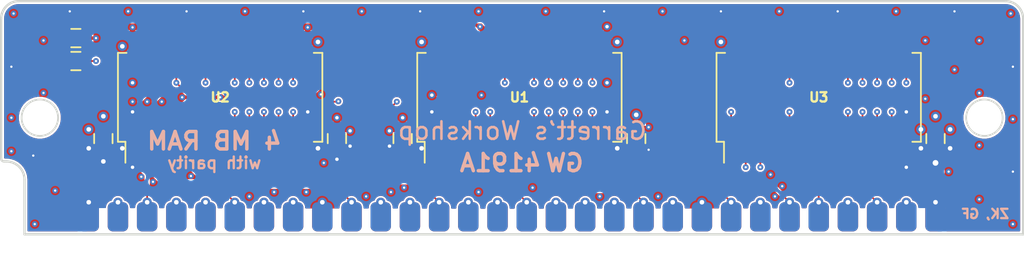
<source format=kicad_pcb>
(kicad_pcb (version 20211014) (generator pcbnew)
  (title_block (title "GW4191A") (date "2021-06-19") (rev "1.0-SOJ") (company "Garrett's Workshop"))
  (layers (0 "F.Cu" signal) (1 "In1.Cu" power) (2 "In2.Cu" signal) (31 "B.Cu" power) (34 "B.Paste" user) (35 "F.Paste" user) (36 "B.SilkS" user "B.Silkscreen") (37 "F.SilkS" user "F.Silkscreen") (38 "B.Mask" user) (39 "F.Mask" user) (44 "Edge.Cuts" user))
  (net 0 "")
  (net 1 "+5V")
  (net 2 "/D0")
  (net 3 "/D1")
  (net 4 "/~{WE}")
  (net 5 "/~{RAS}")
  (net 6 "/~{CAS}")
  (net 7 "/D2")
  (net 8 "/D3")
  (net 9 "GND")
  (net 10 "/D4")
  (net 11 "/D5")
  (net 12 "/D6")
  (net 13 "/A11")
  (net 14 "/D7")
  (net 15 "/QP")
  (net 16 "/~{CASP}")
  (net 17 "/DP")
  (net 18 "/1A0")
  (net 19 "/1A1")
  (net 20 "/1A2")
  (net 21 "/1A3")
  (net 22 "/1A4")
  (net 23 "/1A5")
  (net 24 "/1A6")
  (net 25 "/1A7")
  (net 26 "/1A8")
  (net 27 "/1A10")
  (net 28 "/1A9")
  (net 29 "/~{OE}")
  (net 30 "Net-(U3-Pad4)")
  (net 31 "Net-(U3-Pad23)")
  (footprint "stdpads:C_0805" (layer "F.Cu") (at 85.09 93.257 90)
    (fp_text reference "C1")
    (fp_text value "2u2")
  )
  (footprint "stdpads:C_0805" (layer "F.Cu") (at 105.41 93.257 90)
    (fp_text reference "C2")
    (fp_text value "2u2")
  )
  (footprint "stdpads:C_0805" (layer "F.Cu") (at 111.125 93.257 90)
    (fp_text reference "C3")
    (fp_text value "2u2")
  )
  (footprint "stdpads:C_0805" (layer "F.Cu") (at 131.445 93.257 90)
    (fp_text reference "C4")
    (fp_text value "2u2")
  )
  (footprint "stdpads:C_0805" (layer "F.Cu") (at 157.48 93.257 90)
    (fp_text reference "C5")
    (fp_text value "2u2")
  )
  (footprint "stdpads:SIMM-30_Edge" (layer "F.Cu") (at 120.65 99.822)
    (fp_text reference "J1")
    (fp_text value "DRAM-SIMM-30")
  )
  (footprint "stdpads:R_0805" (layer "F.Cu") (at 82.7 86.5 180)
    (fp_text reference "R1")
    (fp_text value "EDO")
  )
  (footprint "stdpads:R_0805" (layer "F.Cu") (at 82.7 84.5)
    (fp_text reference "R2")
    (fp_text value "FPM")
  )
  (footprint "stdpads:SOP-24-26_300mil" (layer "F.Cu") (at 121.285 89.662 90)
    (fp_text reference "U1")
    (fp_text value "4C4M4")
  )
  (footprint "stdpads:SOP-24-26_300mil" (layer "F.Cu") (at 95.25 89.662 90)
    (fp_text reference "U2")
    (fp_text value "4C4M4")
  )
  (footprint "stdpads:SOP-20-26_300mil" (layer "F.Cu") (at 147.32 89.662 90)
    (fp_text reference "U3")
    (fp_text value "4C4M1")
  )
  (gr_circle (center 79.5655 91.44) (end 77.978 91.44) (layer "Edge.Cuts") (width 0.15) (fill none))
  (gr_circle (center 161.7345 91.44) (end 163.322 91.44) (layer "Edge.Cuts") (width 0.15) (fill none))
  (gr_arc (start 163.576 81.28) (mid 164.653631 81.726369) (end 165.1 82.804) (layer "Edge.Cuts") (width 0.2))
  (gr_arc (start 76.2 82.804) (mid 76.646369 81.726369) (end 77.724 81.28) (layer "Edge.Cuts") (width 0.2))
  (gr_arc (start 76.454 95.25) (mid 76.274395 95.175605) (end 76.2 94.996) (layer "Edge.Cuts") (width 0.2))
  (gr_line (start 76.6445 95.25) (end 76.454 95.25) (layer "Edge.Cuts") (width 0.2))
  (gr_line (start 78.232 101.6) (end 78.232 96.8375) (layer "Edge.Cuts") (width 0.2))
  (gr_line (start 76.2 94.996) (end 76.2 82.804) (layer "Edge.Cuts") (width 0.2))
  (gr_arc (start 76.6445 95.25) (mid 77.767032 95.714968) (end 78.232 96.8375) (layer "Edge.Cuts") (width 0.2))
  (gr_line (start 77.724 81.28) (end 163.576 81.28) (layer "Edge.Cuts") (width 0.2))
  (gr_line (start 165.1 82.804) (end 165.1 101.6) (layer "Edge.Cuts") (width 0.2))
  (gr_line (start 165.1 101.6) (end 78.232 101.6) (layer "Edge.Cuts") (width 0.2))
  (gr_text "GW" (at 125.222 95.377) (layer "B.SilkS") (effects (font (size 1.5 1.5) (thickness 0.3)) (justify mirror)))
  (gr_text "4191A" (at 119.634 95.377) (layer "B.SilkS") (effects (font (size 1.5 1.5) (thickness 0.3)) (justify mirror)))
  (gr_text "Garrett’s Workshop" (at 121.539 92.583) (layer "B.SilkS") (effects (font (size 1.524 1.524) (thickness 0.225)) (justify mirror)))
  (gr_text "with parity" (at 94.742 95.377) (layer "B.SilkS") (effects (font (size 1.016 1.016) (thickness 0.2032)) (justify mirror)))
  (gr_text "4 MB RAM" (at 94.742 93.472) (layer "B.SilkS") (effects (font (size 1.524 1.524) (thickness 0.3)) (justify mirror)))
  (gr_text "ZK, GF" (at 161.798 99.822) (layer "B.SilkS") (effects (font (size 0.8128 0.8128) (thickness 0.2032)) (justify mirror)))
  (segment (start 112.776 94.107) (end 113.66 94.107) (width 0.508) (layer "F.Cu") (net 1))
  (segment (start 128.91 94.107) (end 128.905 94.112) (width 0.508) (layer "F.Cu") (net 1))
  (segment (start 129.794 94.107) (end 128.91 94.107) (width 0.508) (layer "F.Cu") (net 1))
  (segment (start 113.66 94.107) (end 113.665 94.112) (width 0.508) (layer "F.Cu") (net 1))
  (segment (start 157.48 95.377) (end 157.48 94.107) (width 0.762) (layer "F.Cu") (net 1))
  (segment (start 106.3625 94.107) (end 106.553 93.9165) (width 0.6) (layer "F.Cu") (net 1))
  (segment (start 154.94 93.362) (end 154.94 95.758) (width 0.6) (layer "F.Cu") (net 1))
  (segment (start 110.1725 94.107) (end 109.982 93.9165) (width 0.6) (layer "F.Cu") (net 1))
  (segment (start 85.09 94.107) (end 86.741 94.107) (width 0.762) (layer "F.Cu") (net 1))
  (segment (start 157.48 94.107) (end 158.75 94.107) (width 0.8) (layer "F.Cu") (net 1))
  (segment (start 111.125 94.107) (end 112.776 94.107) (width 0.762) (layer "F.Cu") (net 1))
  (segment (start 154.94 94.107) (end 154.94 93.362) (width 0.6) (layer "F.Cu") (net 1))
  (segment (start 157.48 94.107) (end 156.21 94.107) (width 0.8) (layer "F.Cu") (net 1))
  (segment (start 103.759 94.107) (end 102.875 94.107) (width 0.508) (layer "F.Cu") (net 1))
  (segment (start 105.41 94.107) (end 106.3625 94.107) (width 0.6) (layer "F.Cu") (net 1))
  (segment (start 131.445 94.107) (end 132.3975 94.107) (width 0.508) (layer "F.Cu") (net 1))
  (segment (start 132.3975 94.107) (end 132.5245 94.234) (width 0.508) (layer "F.Cu") (net 1))
  (segment (start 85.09 94.107) (end 83.82 94.107) (width 0.762) (layer "F.Cu") (net 1))
  (segment (start 128.905 94.112) (end 128.905 90.932) (width 0.6) (layer "F.Cu") (net 1))
  (segment (start 102.87 94.112) (end 102.87 90.932) (width 0.6) (layer "F.Cu") (net 1))
  (segment (start 113.665 94.112) (end 113.665 90.932) (width 0.6) (layer "F.Cu") (net 1))
  (segment (start 102.875 94.107) (end 102.87 94.112) (width 0.508) (layer "F.Cu") (net 1))
  (segment (start 157.48 98.806) (end 157.48 95.377) (width 1.27) (layer "F.Cu") (net 1))
  (segment (start 87.63 94.112) (end 87.63 90.932) (width 0.6) (layer "F.Cu") (net 1))
  (segment (start 86.741 94.107) (end 87.625 94.107) (width 0.508) (layer "F.Cu") (net 1))
  (segment (start 154.94 93.362) (end 154.94 90.932) (width 0.6) (layer "F.Cu") (net 1))
  (segment (start 105.41 94.107) (end 103.759 94.107) (width 0.762) (layer "F.Cu") (net 1))
  (segment (start 85.09 94.107) (end 85.09 95.25) (width 0.762) (layer "F.Cu") (net 1))
  (segment (start 131.445 94.107) (end 129.794 94.107) (width 0.762) (layer "F.Cu") (net 1))
  (segment (start 156.21 94.107) (end 154.94 94.107) (width 0.6) (layer "F.Cu") (net 1))
  (segment (start 105.41 94.107) (end 105.41 95.0595) (width 0.6) (layer "F.Cu") (net 1))
  (segment (start 87.63 94.112) (end 87.63 95.758) (width 0.6) (layer "F.Cu") (net 1))
  (segment (start 87.625 94.107) (end 87.63 94.112) (width 0.508) (layer "F.Cu") (net 1))
  (segment (start 111.125 94.107) (end 110.1725 94.107) (width 0.6) (layer "F.Cu") (net 1))
  (via (at 129.794 94.107) (size 0.8) (drill 0.4) (layers "F.Cu" "B.Cu") (net 1))
  (via (at 112.776 94.107) (size 0.8) (drill 0.4) (layers "F.Cu" "B.Cu") (net 1))
  (via (at 77.089 86.995) (size 0.508) (drill 0.2) (layers "F.Cu" "B.Cu") (net 1))
  (via (at 164.211 86.995) (size 0.508) (drill 0.2) (layers "F.Cu" "B.Cu") (net 1))
  (via (at 164.211 96.139) (size 0.508) (drill 0.2) (layers "F.Cu" "B.Cu") (net 1))
  (via (at 78.994 94.742) (size 0.508) (drill 0.2) (layers "F.Cu" "B.Cu") (net 1))
  (via (at 159.131 82.169) (size 0.508) (drill 0.2) (layers "F.Cu" "B.Cu") (net 1))
  (via (at 148.971 82.169) (size 0.508) (drill 0.2) (layers "F.Cu" "B.Cu") (net 1))
  (via (at 92.329 82.169) (size 0.508) (drill 0.2) (layers "F.Cu" "B.Cu") (net 1))
  (via (at 102.489 82.169) (size 0.508) (drill 0.2) (layers "F.Cu" "B.Cu") (net 1))
  (via (at 138.811 82.169) (size 0.508) (drill 0.2) (layers "F.Cu" "B.Cu") (net 1))
  (via (at 82.169 82.169) (size 0.508) (drill 0.2) (layers "F.Cu" "B.Cu") (net 1))
  (via (at 112.649 82.169) (size 0.508) (drill 0.2) (layers "F.Cu" "B.Cu") (net 1))
  (via (at 128.651 82.169) (size 0.508) (drill 0.2) (layers "F.Cu" "B.Cu") (net 1))
  (via (at 85.09 95.25) (size 0.8) (drill 0.4) (layers "F.Cu" "B.Cu") (net 1))
  (via (at 158.75 94.107) (size 0.8) (drill 0.4) (layers "F.Cu" "B.Cu") (net 1))
  (via (at 103.759 94.107) (size 0.8) (drill 0.4) (layers "F.Cu" "B.Cu") (net 1))
  (via (at 105.41 95.0595) (size 0.6) (drill 0.3) (layers "F.Cu" "B.Cu") (net 1))
  (via (at 132.5245 94.234) (size 0.508) (drill 0.2) (layers "F.Cu" "B.Cu") (net 1))
  (via (at 128.905 90.932) (size 0.6) (drill 0.3) (layers "F.Cu" "B.Cu") (net 1))
  (via (at 83.82 94.107) (size 0.8) (drill 0.4) (layers "F.Cu" "B.Cu") (net 1))
  (via (at 87.63 90.932) (size 0.6) (drill 0.3) (layers "F.Cu" "B.Cu") (net 1))
  (via (at 102.87 90.932) (size 0.6) (drill 0.3) (layers "F.Cu" "B.Cu") (net 1))
  (via (at 87.63 95.758) (size 0.6) (drill 0.3) (layers "F.Cu" "B.Cu") (net 1))
  (via (at 154.94 90.932) (size 0.6) (drill 0.3) (layers "F.Cu" "B.Cu") (net 1))
  (via (at 86.741 94.107) (size 0.8) (drill 0.4) (layers "F.Cu" "B.Cu") (net 1))
  (via (at 156.21 94.107) (size 0.8) (drill 0.4) (layers "F.Cu" "B.Cu") (net 1))
  (via (at 154.94 95.758) (size 0.6) (drill 0.3) (layers "F.Cu" "B.Cu") (net 1))
  (via (at 106.553 93.9165) (size 0.6) (drill 0.3) (layers "F.Cu" "B.Cu") (net 1))
  (via (at 109.982 93.9165) (size 0.6) (drill 0.3) (layers "F.Cu" "B.Cu") (net 1))
  (via (at 157.48 95.377) (size 1) (drill 0.5) (layers "F.Cu" "B.Cu") (net 1))
  (via (at 113.665 90.932) (size 0.6) (drill 0.3) (layers "F.Cu" "B.Cu") (net 1))
  (segment (start 88.9 98.806) (end 88.9 96.393) (width 0.1524) (layer "F.Cu") (net 2))
  (segment (start 88.265 95.758) (end 88.265 89.916) (width 0.1524) (layer "F.Cu") (net 2))
  (segment (start 88.265 89.916) (end 88.9 89.281) (width 0.1524) (layer "F.Cu") (net 2))
  (segment (start 88.9 96.393) (end 88.265 95.758) (width 0.1524) (layer "F.Cu") (net 2))
  (segment (start 88.9 89.281) (end 88.9 85.962) (width 0.1524) (layer "F.Cu") (net 2))
  (segment (start 95.504 97.79) (end 90.932 97.79) (width 0.1524) (layer "F.Cu") (net 3))
  (segment (start 96.52 98.806) (end 95.504 97.79) (width 0.1524) (layer "F.Cu") (net 3))
  (segment (start 90.932 97.79) (end 88.9 95.758) (width 0.1524) (layer "F.Cu") (net 3))
  (segment (start 88.9 95.758) (end 88.9 94.112) (width 0.1524) (layer "F.Cu") (net 3))
  (segment (start 117.475 94.112) (end 117.475 90.932) (width 0.1524) (layer "F.Cu") (net 4))
  (segment (start 94.869 90.043) (end 92.329 90.043) (width 0.1524) (layer "F.Cu") (net 4))
  (segment (start 105.537 90.01125) (end 105.50525 90.043) (width 0.1524) (layer "F.Cu") (net 4))
  (segment (start 91.44 90.932) (end 91.44 94.112) (width 0.1524) (layer "F.Cu") (net 4))
  (segment (start 95.631 90.043) (end 95.504 90.17) (width 0.1524) (layer "F.Cu") (net 4))
  (segment (start 94.996 90.17) (end 94.869 90.043) (width 0.1524) (layer "F.Cu") (net 4))
  (segment (start 105.50525 90.043) (end 95.631 90.043) (width 0.1524) (layer "F.Cu") (net 4))
  (segment (start 140.97 93.362) (end 140.97 95.758) (width 0.1524) (layer "F.Cu") (net 4))
  (segment (start 95.504 90.17) (end 94.996 90.17) (width 0.1524) (layer "F.Cu") (net 4))
  (segment (start 92.329 90.043) (end 91.44 90.932) (width 0.1524) (layer "F.Cu") (net 4))
  (via (at 117.475 90.932) (size 0.508) (drill 0.2) (layers "F.Cu" "B.Cu") (net 4))
  (via (at 105.537 90.01125) (size 0.508) (drill 0.2) (layers "F.Cu" "B.Cu") (net 4))
  (via (at 140.97 95.758) (size 0.508) (drill 0.2) (layers "F.Cu" "B.Cu") (net 4))
  (segment (start 118.745 94.112) (end 118.745 90.932) (width 0.1524) (layer "F.Cu") (net 5))
  (segment (start 108.331 92.329) (end 108.331 94.107) (width 0.1524) (layer "F.Cu") (net 5))
  (segment (start 142.24 93.362) (end 142.24 95.758) (width 0.1524) (layer "F.Cu") (net 5))
  (segment (start 108.331 94.107) (end 106.045 96.393) (width 0.1524) (layer "F.Cu") (net 5))
  (segment (start 106.045 96.393) (end 93.345 96.393) (width 0.1524) (layer "F.Cu") (net 5))
  (segment (start 92.71 95.758) (end 92.71 93.362) (width 0.1524) (layer "F.Cu") (net 5))
  (segment (start 93.345 96.393) (end 92.71 95.758) (width 0.1524) (layer "F.Cu") (net 5))
  (segment (start 110.617 90.043) (end 108.331 92.329) (width 0.1524) (layer "F.Cu") (net 5))
  (via (at 118.745 90.932) (size 0.508) (drill 0.2) (layers "F.Cu" "B.Cu") (net 5))
  (via (at 110.617 90.043) (size 0.508) (drill 0.2) (layers "F.Cu" "B.Cu") (net 5))
  (via (at 142.24 95.758) (size 0.508) (drill 0.2) (layers "F.Cu" "B.Cu") (net 5))
  (segment (start 103.3145 89.281) (end 95.631 89.281) (width 0.1524) (layer "F.Cu") (net 6))
  (segment (start 117.475 83.82) (end 116.967 83.312) (width 0.1524) (layer "F.Cu") (net 6))
  (segment (start 116.967 83.312) (end 109.2835 83.312) (width 0.1524) (layer "F.Cu") (net 6))
  (segment (start 94.996 89.154) (end 94.869 89.281) (width 0.1524) (layer "F.Cu") (net 6))
  (segment (start 109.2835 83.312) (end 103.3145 89.281) (width 0.1524) (layer "F.Cu") (net 6))
  (segment (start 84.45 86.5) (end 83.65 86.5) (width 0.1524) (layer "F.Cu") (net 6))
  (segment (start 95.631 89.281) (end 95.504 89.154) (width 0.1524) (layer "F.Cu") (net 6))
  (segment (start 95.504 89.154) (end 94.996 89.154) (width 0.1524) (layer "F.Cu") (net 6))
  (segment (start 91.44 88.392) (end 91.44 85.212) (width 0.1524) (layer "F.Cu") (net 6))
  (segment (start 94.869 89.281) (end 92.329 89.281) (width 0.1524) (layer "F.Cu") (net 6))
  (segment (start 117.475 85.212) (end 117.475 83.82) (width 0.1524) (layer "F.Cu") (net 6))
  (segment (start 92.329 89.281) (end 91.44 88.392) (width 0.1524) (layer "F.Cu") (net 6))
  (via (at 91.44 88.392) (size 0.508) (drill 0.2) (layers "F.Cu" "B.Cu") (net 6))
  (via (at 84.45 86.5) (size 0.508) (drill 0.2) (layers "F.Cu" "B.Cu") (net 6))
  (segment (start 90.17 85.212) (end 90.17 89.281) (width 0.1524) (layer "F.Cu") (net 7))
  (segment (start 90.17 89.281) (end 89.535 89.916) (width 0.1524) (layer "F.Cu") (net 7))
  (segment (start 89.535 95.758) (end 91.186 97.409) (width 0.1524) (layer "F.Cu") (net 7))
  (segment (start 105.283 97.409) (end 106.68 98.806) (width 0.1524) (layer "F.Cu") (net 7))
  (segment (start 91.186 97.409) (end 105.283 97.409) (width 0.1524) (layer "F.Cu") (net 7))
  (segment (start 89.535 89.916) (end 89.535 95.758) (width 0.1524) (layer "F.Cu") (net 7))
  (segment (start 90.17 94.112) (end 90.17 95.758) (width 0.1524) (layer "F.Cu") (net 8))
  (segment (start 112.522 97.028) (end 114.3 98.806) (width 0.1524) (layer "F.Cu") (net 8))
  (segment (start 90.17 95.758) (end 91.44 97.028) (width 0.1524) (layer "F.Cu") (net 8))
  (segment (start 91.44 97.028) (end 112.522 97.028) (width 0.1524) (layer "F.Cu") (net 8))
  (segment (start 129.794 84.836) (end 129.032 84.836) (width 0.6) (layer "F.Cu") (net 9))
  (segment (start 128.905 84.963) (end 128.905 85.962) (width 0.6) (layer "F.Cu") (net 9))
  (segment (start 129.032 84.836) (end 128.905 84.963) (width 0.6) (layer "F.Cu") (net 9))
  (segment (start 138.811 84.836) (end 139.62859 84.836) (width 0.6) (layer "F.Cu") (net 9))
  (segment (start 139.7 84.90741) (end 139.7 85.962) (width 0.6) (layer "F.Cu") (net 9))
  (segment (start 139.62859 84.836) (end 139.7 84.90741) (width 0.6) (layer "F.Cu") (net 9))
  (segment (start 113.665 84.90741) (end 113.665 85.962) (width 0.6) (layer "F.Cu") (net 9))
  (segment (start 83.869 92.407) (end 83.82 92.456) (width 0.762) (layer "F.Cu") (net 9))
  (segment (start 102.87 85.212) (end 102.87 83.566) (width 0.508) (layer "F.Cu") (net 9))
  (segment (start 156.259 92.407) (end 156.21 92.456) (width 0.8) (layer "F.Cu") (net 9))
  (segment (start 128.905 85.212) (end 128.905 88.392) (width 0.6) (layer "F.Cu") (net 9))
  (segment (start 158.701 92.407) (end 158.75 92.456) (width 0.8) (layer "F.Cu") (net 9))
  (segment (start 131.445 92.407) (end 132.383 92.407) (width 0.508) (layer "F.Cu") (net 9))
  (segment (start 132.383 92.407) (end 132.5245 92.2655) (width 0.508) (layer "F.Cu") (net 9))
  (segment (start 103.759 84.836) (end 102.997 84.836) (width 0.6) (layer "F.Cu") (net 9))
  (segment (start 131.445 92.407) (end 131.445 91.186) (width 0.762) (layer "F.Cu") (net 9))
  (segment (start 157.48 92.407) (end 158.701 92.407) (width 0.8) (layer "F.Cu") (net 9))
  (segment (start 105.41 92.407) (end 105.41 91.44) (width 0.6) (layer "F.Cu") (net 9))
  (segment (start 105.41 92.407) (end 106.377 92.407) (width 0.6) (layer "F.Cu") (net 9))
  (segment (start 87.63 85.212) (end 87.63 88.392) (width 0.6) (layer "F.Cu") (net 9))
  (segment (start 86.746 85.212) (end 86.741 85.217) (width 0.6) (layer "F.Cu") (net 9))
  (segment (start 112.776 84.836) (end 113.59359 84.836) (width 0.6) (layer "F.Cu") (net 9))
  (segment (start 102.87 84.963) (end 102.87 85.962) (width 0.6) (layer "F.Cu") (net 9))
  (segment (start 128.905 83.5025) (end 128.905 85.212) (width 0.6) (layer "F.Cu") (net 9))
  (segment (start 102.997 84.836) (end 102.87 84.963) (width 0.6) (layer "F.Cu") (net 9))
  (segment (start 113.59359 84.836) (end 113.665 84.90741) (width 0.6) (layer "F.Cu") (net 9))
  (segment (start 113.665 85.962) (end 113.665 89.4715) (width 0.6) (layer "F.Cu") (net 9))
  (segment (start 87.63 85.212) (end 86.746 85.212) (width 0.6) (layer "F.Cu") (net 9))
  (segment (start 157.48 92.407) (end 156.259 92.407) (width 0.8) (layer "F.Cu") (net 9))
  (segment (start 111.125 92.407) (end 111.125 91.44) (width 0.6) (layer "F.Cu") (net 9))
  (segment (start 87.63 85.212) (end 87.63 83.566) (width 0.508) (layer "F.Cu") (net 9))
  (segment (start 85.09 92.407) (end 83.869 92.407) (width 0.762) (layer "F.Cu") (net 9))
  (segment (start 106.377 92.407) (end 106.553 92.583) (width 0.6) (layer "F.Cu") (net 9))
  (segment (start 83.65 84.5) (end 84.45 84.5) (width 0.1524) (layer "F.Cu") (net 9))
  (segment (start 157.48 92.407) (end 157.48 91.313) (width 0.8) (layer "F.Cu") (net 9))
  (segment (start 85.09 92.407) (end 85.09 91.313) (width 0.762) (layer "F.Cu") (net 9))
  (segment (start 110.158 92.407) (end 109.982 92.583) (width 0.6) (layer "F.Cu") (net 9))
  (segment (start 111.125 92.407) (end 110.158 92.407) (width 0.6) (layer "F.Cu") (net 9))
  (via (at 104.267 95.377) (size 0.508) (drill 0.2) (layers "F.Cu" "B.Cu") (net 9))
  (via (at 95.25 89.662) (size 0.508) (drill 0.2) (layers "F.Cu" "B.Cu") (net 9))
  (via (at 92.71 96.52) (size 0.508) (drill 0.2) (layers "F.Cu" "B.Cu") (net 9))
  (via (at 111.252 97.536) (size 0.508) (drill 0.2) (layers "F.Cu" "B.Cu") (net 9))
  (via (at 117.729 97.917) (size 0.508) (drill 0.2) (layers "F.Cu" "B.Cu") (net 9))
  (via (at 89.408 97.028) (size 0.508) (drill 0.2) (layers "F.Cu" "B.Cu") (net 9))
  (via (at 88.392 96.5835) (size 0.508) (drill 0.2) (layers "F.Cu" "B.Cu") (net 9))
  (via (at 144.145 97.409) (size 0.508) (drill 0.2) (layers "F.Cu" "B.Cu") (net 9))
  (via (at 143.129 96.393) (size 0.508) (drill 0.2) (layers "F.Cu" "B.Cu") (net 9))
  (via (at 88.9 90.043) (size 0.508) (drill 0.2) (layers "F.Cu" "B.Cu") (net 9))
  (via (at 87.63 90.043) (size 0.508) (drill 0.2) (layers "F.Cu" "B.Cu") (net 9))
  (via (at 90.17 90.043) (size 0.508) (drill 0.2) (layers "F.Cu" "B.Cu") (net 9))
  (via (at 91.948 89.662) (size 0.508) (drill 0.2) (layers "F.Cu" "B.Cu") (net 9))
  (via (at 117.983 89.4715) (size 0.508) (drill 0.2) (layers "F.Cu" "B.Cu") (net 9))
  (via (at 122.428 97.536) (size 0.508) (drill 0.2) (layers "F.Cu" "B.Cu") (net 9))
  (via (at 164.0205 82.3595) (size 0.508) (drill 0.2) (layers "F.Cu" "B.Cu") (net 9))
  (via (at 164.211 100.711) (size 0.508) (drill 0.2) (layers "F.Cu" "B.Cu") (net 9))
  (via (at 79.121 100.711) (size 0.508) (drill 0.2) (layers "F.Cu" "B.Cu") (net 9))
  (via (at 77.089 91.44) (size 0.508) (drill 0.2) (layers "F.Cu" "B.Cu") (net 9))
  (via (at 79.883 84.709) (size 0.508) (drill 0.2) (layers "F.Cu" "B.Cu") (net 9))
  (via (at 161.29 84.709) (size 0.508) (drill 0.2) (layers "F.Cu" "B.Cu") (net 9))
  (via (at 161.29 89.281) (size 0.508) (drill 0.2) (layers "F.Cu" "B.Cu") (net 9))
  (via (at 161.29 93.853) (size 0.508) (drill 0.2) (layers "F.Cu" "B.Cu") (net 9))
  (via (at 161.29 98.552) (size 0.508) (drill 0.2) (layers "F.Cu" "B.Cu") (net 9))
  (via (at 80.899 97.79) (size 0.508) (drill 0.2) (layers "F.Cu" "B.Cu") (net 9))
  (via (at 79.883 89.281) (size 0.508) (drill 0.2) (layers "F.Cu" "B.Cu") (net 9))
  (via (at 133.35 98.298) (size 0.508) (drill 0.2) (layers "F.Cu" "B.Cu") (net 9))
  (via (at 110.109 97.917) (size 0.508) (drill 0.2) (layers "F.Cu" "B.Cu") (net 9))
  (via (at 102.743 97.917) (size 0.508) (drill 0.2) (layers "F.Cu" "B.Cu") (net 9))
  (via (at 99.949 97.917) (size 0.508) (drill 0.2) (layers "F.Cu" "B.Cu") (net 9))
  (via (at 97.79 98.298) (size 0.508) (drill 0.2) (layers "F.Cu" "B.Cu") (net 9))
  (via (at 158.623 96.139) (size 0.508) (drill 0.2) (layers "F.Cu" "B.Cu") (net 9))
  (via (at 104.013 89.408) (size 0.508) (drill 0.2) (layers "F.Cu" "B.Cu") (net 9))
  (via (at 164.211 91.567) (size 0.508) (drill 0.2) (layers "F.Cu" "B.Cu") (net 9))
  (via (at 156.591 89.789) (size 0.508) (drill 0.2) (layers "F.Cu" "B.Cu") (net 9))
  (via (at 159.131 87.249) (size 0.508) (drill 0.2) (layers "F.Cu" "B.Cu") (net 9))
  (via (at 156.591 84.709) (size 0.508) (drill 0.2) (layers "F.Cu" "B.Cu") (net 9))
  (via (at 77.2795 82.3595) (size 0.508) (drill 0.2) (layers "F.Cu" "B.Cu") (net 9))
  (via (at 154.051 82.169) (size 0.508) (drill 0.2) (layers "F.Cu" "B.Cu") (net 9))
  (via (at 87.249 82.169) (size 0.508) (drill 0.2) (layers "F.Cu" "B.Cu") (net 9))
  (via (at 97.409 82.169) (size 0.508) (drill 0.2) (layers "F.Cu" "B.Cu") (net 9))
  (via (at 143.891 82.169) (size 0.508) (drill 0.2) (layers "F.Cu" "B.Cu") (net 9))
  (via (at 117.856 83.5025) (size 0.508) (drill 0.2) (layers "F.Cu" "B.Cu") (net 9))
  (via (at 107.569 82.169) (size 0.508) (drill 0.2) (layers "F.Cu" "B.Cu") (net 9))
  (via (at 117.729 82.169) (size 0.508) (drill 0.2) (layers "F.Cu" "B.Cu") (net 9))
  (via (at 123.571 82.169) (size 0.508) (drill 0.2) (layers "F.Cu" "B.Cu") (net 9))
  (via (at 133.731 82.169) (size 0.508) (drill 0.2) (layers "F.Cu" "B.Cu") (net 9))
  (via (at 129.794 84.836) (size 0.8) (drill 0.4) (layers "F.Cu" "B.Cu") (net 9))
  (via (at 128.27 98.298) (size 0.508) (drill 0.2) (layers "F.Cu" "B.Cu") (net 9))
  (via (at 107.95 98.298) (size 0.508) (drill 0.2) (layers "F.Cu" "B.Cu") (net 9))
  (via (at 143.51 98.298) (size 0.508) (drill 0.2) (layers "F.Cu" "B.Cu") (net 9))
  (via (at 138.811 84.836) (size 0.8) (drill 0.4) (layers "F.Cu" "B.Cu") (net 9))
  (via (at 135.636 84.709) (size 0.508) (drill 0.2) (layers "F.Cu" "B.Cu") (net 9))
  (via (at 77.089 94.361) (size 0.508) (drill 0.2) (layers "F.Cu" "B.Cu") (net 9))
  (via (at 128.905 83.5025) (size 0.6) (drill 0.3) (layers "F.Cu" "B.Cu") (net 9))
  (via (at 131.445 91.186) (size 0.8) (drill 0.4) (layers "F.Cu" "B.Cu") (net 9))
  (via (at 132.5245 92.2655) (size 0.508) (drill 0.2) (layers "F.Cu" "B.Cu") (net 9))
  (via (at 158.75 92.456) (size 0.8) (drill 0.4) (layers "F.Cu" "B.Cu") (net 9))
  (via (at 106.553 92.583) (size 0.6) (drill 0.3) (layers "F.Cu" "B.Cu") (net 9))
  (via (at 85.09 91.313) (size 0.8) (drill 0.4) (layers "F.Cu" "B.Cu") (net 9))
  (via (at 86.741 85.217) (size 0.8) (drill 0.4) (layers "F.Cu" "B.Cu") (net 9))
  (via (at 87.63 83.566) (size 0.508) (drill 0.2) (layers "F.Cu" "B.Cu") (net 9))
  (via (at 113.665 89.4715) (size 0.6) (drill 0.3) (layers "F.Cu" "B.Cu") (net 9))
  (via (at 128.905 88.392) (size 0.6) (drill 0.3) (layers "F.Cu" "B.Cu") (net 9))
  (via (at 87.63 88.392) (size 0.6) (drill 0.3) (layers "F.Cu" "B.Cu") (net 9))
  (via (at 157.48 91.313) (size 0.8) (drill 0.4) (layers "F.Cu" "B.Cu") (net 9))
  (via (at 84.45 84.5) (size 0.508) (drill 0.2) (layers "F.Cu" "B.Cu") (net 9))
  (via (at 112.776 84.836) (size 0.8) (drill 0.4) (layers "F.Cu" "B.Cu") (net 9))
  (via (at 111.125 91.44) (size 0.6) (drill 0.3) (layers "F.Cu" "B.Cu") (net 9))
  (via (at 109.982 92.583) (size 0.6) (drill 0.3) (layers "F.Cu" "B.Cu") (net 9))
  (via (at 102.87 83.566) (size 0.508) (drill 0.2) (layers "F.Cu" "B.Cu") (net 9))
  (via (at 83.82 92.456) (size 0.8) (drill 0.4) (layers "F.Cu" "B.Cu") (net 9))
  (via (at 156.21 92.456) (size 0.8) (drill 0.4) (layers "F.Cu" "B.Cu") (net 9))
  (via (at 105.41 91.44) (size 0.6) (drill 0.3) (layers "F.Cu" "B.Cu") (net 9))
  (via (at 103.759 84.836) (size 0.8) (drill 0.4) (layers "F.Cu" "B.Cu") (net 9))
  (segment (start 115.697 97.155) (end 120.269 97.155) (width 0.1524) (layer "F.Cu") (net 10))
  (segment (start 120.269 97.155) (end 121.92 98.806) (width 0.1524) (layer "F.Cu") (net 10))
  (segment (start 114.3 89.662) (end 114.3 95.758) (width 0.1524) (layer "F.Cu") (net 10))
  (segment (start 114.3 95.758) (end 115.697 97.155) (width 0.1524) (layer "F.Cu") (net 10))
  (segment (start 114.935 89.027) (end 114.3 89.662) (width 0.1524) (layer "F.Cu") (net 10))
  (segment (start 114.935 85.962) (end 114.935 89.027) (width 0.1524) (layer "F.Cu") (net 10))
  (segment (start 124.206 97.79) (end 131.064 97.79) (width 0.1524) (layer "F.Cu") (net 11))
  (segment (start 115.951 96.774) (end 123.19 96.774) (width 0.1524) (layer "F.Cu") (net 11))
  (segment (start 123.19 96.774) (end 124.206 97.79) (width 0.1524) (layer "F.Cu") (net 11))
  (segment (start 131.064 97.79) (end 132.08 98.806) (width 0.1524) (layer "F.Cu") (net 11))
  (segment (start 114.935 93.362) (end 114.935 95.758) (width 0.1524) (layer "F.Cu") (net 11))
  (segment (start 114.935 95.758) (end 115.951 96.774) (width 0.1524) (layer "F.Cu") (net 11))
  (segment (start 116.205 89.027) (end 115.57 89.662) (width 0.1524) (layer "F.Cu") (net 12))
  (segment (start 115.57 89.662) (end 115.57 95.758) (width 0.1524) (layer "F.Cu") (net 12))
  (segment (start 123.317 96.393) (end 124.333 97.409) (width 0.1524) (layer "F.Cu") (net 12))
  (segment (start 138.303 97.409) (end 139.7 98.806) (width 0.1524) (layer "F.Cu") (net 12))
  (segment (start 115.57 95.758) (end 116.205 96.393) (width 0.1524) (layer "F.Cu") (net 12))
  (segment (start 124.333 97.409) (end 138.303 97.409) (width 0.1524) (layer "F.Cu") (net 12))
  (segment (start 116.205 96.393) (end 123.317 96.393) (width 0.1524) (layer "F.Cu") (net 12))
  (segment (start 116.205 85.212) (end 116.205 89.027) (width 0.1524) (layer "F.Cu") (net 12))
  (segment (start 123.444 96.012) (end 124.46 97.028) (width 0.1524) (layer "F.Cu") (net 14))
  (segment (start 124.46 97.028) (end 143.002 97.028) (width 0.1524) (layer "F.Cu") (net 14))
  (segment (start 116.459 96.012) (end 123.444 96.012) (width 0.1524) (layer "F.Cu") (net 14))
  (segment (start 116.205 93.362) (end 116.205 95.758) (width 0.1524) (layer "F.Cu") (net 14))
  (segment (start 143.002 97.028) (end 144.78 98.806) (width 0.1524) (layer "F.Cu") (net 14))
  (segment (start 116.205 95.758) (end 116.459 96.012) (width 0.1524) (layer "F.Cu") (net 14))
  (segment (start 147.32 92.075) (end 147.32 98.806) (width 0.1524) (layer "F.Cu") (net 15))
  (segment (start 140.97 88.138) (end 142.875 90.043) (width 0.1524) (layer "F.Cu") (net 15))
  (segment (start 142.875 90.043) (end 145.288 90.043) (width 0.1524) (layer "F.Cu") (net 15))
  (segment (start 140.97 85.962) (end 140.97 88.138) (width 0.1524) (layer "F.Cu") (net 15))
  (segment (start 145.288 90.043) (end 147.32 92.075) (width 0.1524) (layer "F.Cu") (net 15))
  (segment (start 150.749 97.155) (end 152.4 98.806) (width 0.1524) (layer "F.Cu") (net 16))
  (segment (start 148.082 91.694) (end 148.082 95.377) (width 0.1524) (layer "F.Cu") (net 16))
  (segment (start 148.082 95.377) (end 149.86 97.155) (width 0.1524) (layer "F.Cu") (net 16))
  (segment (start 143.383 89.281) (end 145.669 89.281) (width 0.1524) (layer "F.Cu") (net 16))
  (segment (start 149.86 97.155) (end 150.749 97.155) (width 0.1524) (layer "F.Cu") (net 16))
  (segment (start 145.669 89.281) (end 148.082 91.694) (width 0.1524) (layer "F.Cu") (net 16))
  (segment (start 142.24 88.138) (end 143.383 89.281) (width 0.1524) (layer "F.Cu") (net 16))
  (segment (start 142.24 85.962) (end 142.24 88.138) (width 0.1524) (layer "F.Cu") (net 16))
  (segment (start 139.7 93.362) (end 139.7 90.932) (width 0.1524) (layer "F.Cu") (net 17))
  (via (at 139.7 90.932) (size 0.508) (drill 0.2) (layers "F.Cu" "B.Cu") (net 17))
  (segment (start 100.33 94.112) (end 100.33 90.932) (width 0.1524) (layer "F.Cu") (net 18))
  (segment (start 123.825 93.362) (end 123.825 90.932) (width 0.1524) (layer "F.Cu") (net 18))
  (segment (start 149.86 93.362) (end 149.86 90.932) (width 0.1524) (layer "F.Cu") (net 18))
  (via (at 123.825 90.932) (size 0.508) (drill 0.2) (layers "F.Cu" "B.Cu") (net 18))
  (via (at 149.86 90.932) (size 0.508) (drill 0.2) (layers "F.Cu" "B.Cu") (net 18))
  (via (at 100.33 90.932) (size 0.508) (drill 0.2) (layers "F.Cu" "B.Cu") (net 18))
  (segment (start 99.06 90.932) (end 99.06 93.362) (width 0.1524) (layer "F.Cu") (net 19))
  (segment (start 125.095 94.112) (end 125.095 90.932) (width 0.1524) (layer "F.Cu") (net 19))
  (segment (start 151.13 93.362) (end 151.13 90.932) (width 0.1524) (layer "F.Cu") (net 19))
  (via (at 125.095 90.932) (size 0.508) (drill 0.2) (layers "F.Cu" "B.Cu") (net 19))
  (via (at 151.13 90.932) (size 0.508) (drill 0.2) (layers "F.Cu" "B.Cu") (net 19))
  (via (at 99.06 90.932) (size 0.508) (drill 0.2) (layers "F.Cu" "B.Cu") (net 19))
  (segment (start 126.365 94.112) (end 126.365 90.932) (width 0.1524) (layer "F.Cu") (net 20))
  (segment (start 97.79 90.932) (end 97.79 93.362) (width 0.1524) (layer "F.Cu") (net 20))
  (segment (start 152.4 93.362) (end 152.4 90.932) (width 0.1524) (layer "F.Cu") (net 20))
  (via (at 97.79 90.932) (size 0.508) (drill 0.2) (layers "F.Cu" "B.Cu") (net 20))
  (via (at 152.4 90.932) (size 0.508) (drill 0.2) (layers "F.Cu" "B.Cu") (net 20))
  (via (at 126.365 90.932) (size 0.508) (drill 0.2) (layers "F.Cu" "B.Cu") (net 20))
  (segment (start 153.67 93.362) (end 153.67 90.932) (width 0.1524) (layer "F.Cu") (net 21))
  (segment (start 96.52 90.932) (end 96.52 93.362) (width 0.1524) (layer "F.Cu") (net 21))
  (segment (start 127.635 94.112) (end 127.635 90.932) (width 0.1524) (layer "F.Cu") (net 21))
  (via (at 153.67 90.932) (size 0.508) (drill 0.2) (layers "F.Cu" "B.Cu") (net 21))
  (via (at 127.635 90.932) (size 0.508) (drill 0.2) (layers "F.Cu" "B.Cu") (net 21))
  (via (at 96.52 90.932) (size 0.508) (drill 0.2) (layers "F.Cu" "B.Cu") (net 21))
  (segment (start 154.94 85.962) (end 154.94 88.392) (width 0.1524) (layer "F.Cu") (net 22))
  (segment (start 127.635 85.212) (end 127.635 88.392) (width 0.1524) (layer "F.Cu") (net 22))
  (segment (start 93.98 85.212) (end 93.98 88.392) (width 0.1524) (layer "F.Cu") (net 22))
  (via (at 154.94 88.392) (size 0.508) (drill 0.2) (layers "F.Cu" "B.Cu") (net 22))
  (via (at 93.98 88.392) (size 0.508) (drill 0.2) (layers "F.Cu" "B.Cu") (net 22))
  (via (at 127.635 88.392) (size 0.508) (drill 0.2) (layers "F.Cu" "B.Cu") (net 22))
  (segment (start 153.67 85.962) (end 153.67 88.392) (width 0.1524) (layer "F.Cu") (net 23))
  (segment (start 126.365 85.962) (end 126.365 88.392) (width 0.1524) (layer "F.Cu") (net 23))
  (segment (start 96.52 88.392) (end 96.52 85.962) (width 0.1524) (layer "F.Cu") (net 23))
  (via (at 153.67 88.392) (size 0.508) (drill 0.2) (layers "F.Cu" "B.Cu") (net 23))
  (via (at 126.365 88.392) (size 0.508) (drill 0.2) (layers "F.Cu" "B.Cu") (net 23))
  (via (at 96.52 88.392) (size 0.508) (drill 0.2) (layers "F.Cu" "B.Cu") (net 23))
  (segment (start 97.79 88.392) (end 97.79 85.962) (width 0.1524) (layer "F.Cu") (net 24))
  (segment (start 125.095 85.212) (end 125.095 88.392) (width 0.1524) (layer "F.Cu") (net 24))
  (segment (start 152.4 85.962) (end 152.4 88.392) (width 0.1524) (layer "F.Cu") (net 24))
  (via (at 97.79 88.392) (size 0.508) (drill 0.2) (layers "F.Cu" "B.Cu") (net 24))
  (via (at 152.4 88.392) (size 0.508) (drill 0.2) (layers "F.Cu" "B.Cu") (net 24))
  (via (at 125.095 88.392) (size 0.508) (drill 0.2) (layers "F.Cu" "B.Cu") (net 24))
  (segment (start 151.13 85.962) (end 151.13 88.392) (width 0.1524) (layer "F.Cu") (net 25))
  (segment (start 99.06 88.392) (end 99.06 85.962) (width 0.1524) (layer "F.Cu") (net 25))
  (segment (start 123.825 85.212) (end 123.825 88.392) (width 0.1524) (layer "F.Cu") (net 25))
  (via (at 123.825 88.392) (size 0.508) (drill 0.2) (layers "F.Cu" "B.Cu") (net 25))
  (via (at 99.06 88.392) (size 0.508) (drill 0.2) (layers "F.Cu" "B.Cu") (net 25))
  (via (at 151.13 88.392) (size 0.508) (drill 0.2) (layers "F.Cu" "B.Cu") (net 25))
  (segment (start 100.33 85.212) (end 100.33 88.392) (width 0.1524) (layer "F.Cu") (net 26))
  (segment (start 149.86 85.962) (end 149.86 88.392) (width 0.1524) (layer "F.Cu") (net 26))
  (segment (start 122.555 85.212) (end 122.555 88.392) (width 0.1524) (layer "F.Cu") (net 26))
  (via (at 149.86 88.392) (size 0.508) (drill 0.2) (layers "F.Cu" "B.Cu") (net 26))
  (via (at 122.555 88.392) (size 0.508) (drill 0.2) (layers "F.Cu" "B.Cu") (net 26))
  (via (at 100.33 88.392) (size 0.508) (drill 0.2) (layers "F.Cu" "B.Cu") (net 26))
  (segment (start 101.6 94.112) (end 101.6 90.932) (width 0.1524) (layer "F.Cu") (net 27))
  (segment (start 122.555 94.112) (end 122.555 90.932) (width 0.1524) (layer "F.Cu") (net 27))
  (segment (start 144.78 85.962) (end 144.78 88.392) (width 0.1524) (layer "F.Cu") (net 27))
  (via (at 101.6 90.932) (size 0.508) (drill 0.2) (layers "F.Cu" "B.Cu") (net 27))
  (via (at 122.555 90.932) (size 0.508) (drill 0.2) (layers "F.Cu" "B.Cu") (net 27))
  (via (at 144.78 88.392) (size 0.508) (drill 0.2) (layers "F.Cu" "B.Cu") (net 27))
  (segment (start 144.78 93.362) (end 144.78 90.932) (width 0.1524) (layer "F.Cu") (net 28))
  (segment (start 120.015 85.212) (end 120.015 88.392) (width 0.1524) (layer "F.Cu") (net 28))
  (segment (start 101.6 85.212) (end 101.6 88.392) (width 0.1524) (layer "F.Cu") (net 28))
  (via (at 120.015 88.392) (size 0.508) (drill 0.2) (layers "F.Cu" "B.Cu") (net 28))
  (via (at 144.78 90.932) (size 0.508) (drill 0.2) (layers "F.Cu" "B.Cu") (net 28))
  (via (at 101.6 88.392) (size 0.508) (drill 0.2) (layers "F.Cu" "B.Cu") (net 28))
  (segment (start 81.75 84.5) (end 81.75 86.5) (width 0.1524) (layer "F.Cu") (net 29))
  (segment (start 118.07825 82.9945) (end 93.5355 82.9945) (width 0.1524) (layer "F.Cu") (net 29))
  (segment (start 92.71 83.82) (end 92.71 85.212) (width 0.1524) (layer "F.Cu") (net 29))
  (segment (start 81.75 84.5) (end 81.75 83.4) (width 0.1524) (layer "F.Cu") (net 29))
  (segment (start 118.745 83.66125) (end 118.745 85.212) (width 0.1524) (layer "F.Cu") (net 29))
  (segment (start 81.75 83.4) (end 82.1555 82.9945) (width 0.1524) (layer "F.Cu") (net 29))
  (segment (start 82.1555 82.9945) (end 91.8845 82.9945) (width 0.1524) (layer "F.Cu") (net 29))
  (segment (start 91.8845 82.9945) (end 92.71 83.82) (width 0.1524) (layer "F.Cu") (net 29))
  (segment (start 92.71 83.82) (end 93.5355 82.9945) (width 0.1524) (layer "F.Cu") (net 29))
  (segment (start 118.07825 82.9945) (end 118.745 83.66125) (width 0.1524) (layer "F.Cu") (net 29))
  (zone (net 9) (net_name "GND") (layer "F.Cu") (connect_pads (clearance 0.1524)) (min_thickness 0.1524) (fill yes (thermal_gap 0.1524) (thermal_bridge_width 0.3))
    (polygon (pts (xy 76.2 81.28) (xy 165.1 81.28) (xy 165.1 101.6) (xy 76.2 101.6)))
  )
  (zone (net 0) (net_name "") (layers F&B.Cu) (connect_pads (clearance 0)) (min_thickness 0.254)
    (keepout (tracks allowed) (vias allowed) (pads allowed) (copperpour not_allowed) (footprints allowed))
    (fill (thermal_gap 0.508) (thermal_bridge_width 0.508))
    (polygon (pts (xy 157.48 101.6) (xy 83.82 101.6) (xy 82.931 99.314) (xy 119.761 99.3775) (xy 158.369 99.314)))
  )
  (zone (net 1) (net_name "+5V") (layer "B.Cu") (connect_pads (clearance 0.1524)) (min_thickness 0.1524) (fill yes (thermal_gap 0.1524) (thermal_bridge_width 0.3))
    (polygon (pts (xy 76.2 81.28) (xy 165.1 81.28) (xy 165.1 101.6) (xy 76.2 101.6)))
  )
)
</source>
